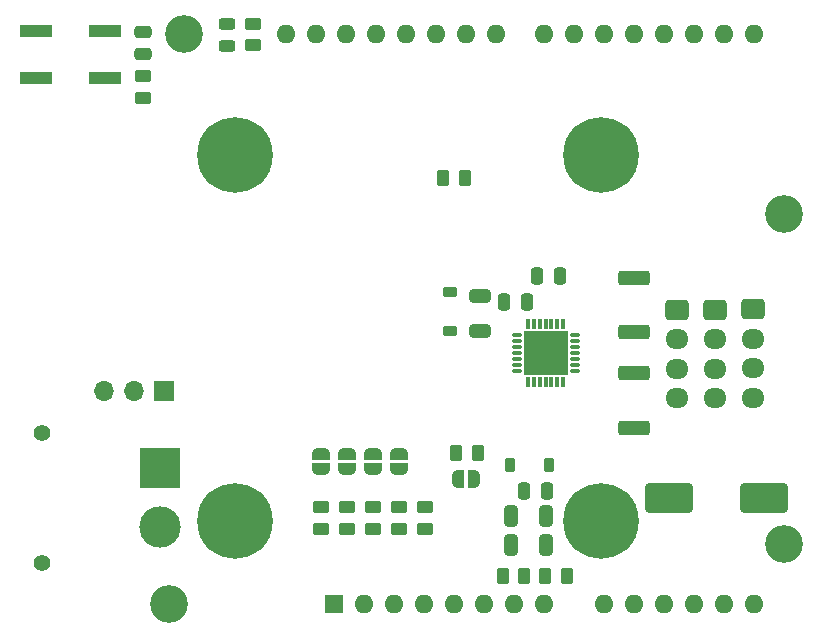
<source format=gbr>
%TF.GenerationSoftware,KiCad,Pcbnew,(7.0.0-0)*%
%TF.CreationDate,2023-03-13T18:12:38+01:00*%
%TF.ProjectId,tmc2209_devboard,746d6332-3230-4395-9f64-6576626f6172,rev?*%
%TF.SameCoordinates,Original*%
%TF.FileFunction,Soldermask,Top*%
%TF.FilePolarity,Negative*%
%FSLAX46Y46*%
G04 Gerber Fmt 4.6, Leading zero omitted, Abs format (unit mm)*
G04 Created by KiCad (PCBNEW (7.0.0-0)) date 2023-03-13 18:12:38*
%MOMM*%
%LPD*%
G01*
G04 APERTURE LIST*
G04 Aperture macros list*
%AMRoundRect*
0 Rectangle with rounded corners*
0 $1 Rounding radius*
0 $2 $3 $4 $5 $6 $7 $8 $9 X,Y pos of 4 corners*
0 Add a 4 corners polygon primitive as box body*
4,1,4,$2,$3,$4,$5,$6,$7,$8,$9,$2,$3,0*
0 Add four circle primitives for the rounded corners*
1,1,$1+$1,$2,$3*
1,1,$1+$1,$4,$5*
1,1,$1+$1,$6,$7*
1,1,$1+$1,$8,$9*
0 Add four rect primitives between the rounded corners*
20,1,$1+$1,$2,$3,$4,$5,0*
20,1,$1+$1,$4,$5,$6,$7,0*
20,1,$1+$1,$6,$7,$8,$9,0*
20,1,$1+$1,$8,$9,$2,$3,0*%
%AMFreePoly0*
4,1,19,0.500000,-0.750000,0.000000,-0.750000,0.000000,-0.744911,-0.071157,-0.744911,-0.207708,-0.704816,-0.327430,-0.627875,-0.420627,-0.520320,-0.479746,-0.390866,-0.500000,-0.250000,-0.500000,0.250000,-0.479746,0.390866,-0.420627,0.520320,-0.327430,0.627875,-0.207708,0.704816,-0.071157,0.744911,0.000000,0.744911,0.000000,0.750000,0.500000,0.750000,0.500000,-0.750000,0.500000,-0.750000,
$1*%
%AMFreePoly1*
4,1,19,0.000000,0.744911,0.071157,0.744911,0.207708,0.704816,0.327430,0.627875,0.420627,0.520320,0.479746,0.390866,0.500000,0.250000,0.500000,-0.250000,0.479746,-0.390866,0.420627,-0.520320,0.327430,-0.627875,0.207708,-0.704816,0.071157,-0.744911,0.000000,-0.744911,0.000000,-0.750000,-0.500000,-0.750000,-0.500000,0.750000,0.000000,0.750000,0.000000,0.744911,0.000000,0.744911,
$1*%
G04 Aperture macros list end*
%ADD10RoundRect,0.250000X0.450000X-0.262500X0.450000X0.262500X-0.450000X0.262500X-0.450000X-0.262500X0*%
%ADD11RoundRect,0.250000X-0.250000X-0.475000X0.250000X-0.475000X0.250000X0.475000X-0.250000X0.475000X0*%
%ADD12RoundRect,0.250000X0.262500X0.450000X-0.262500X0.450000X-0.262500X-0.450000X0.262500X-0.450000X0*%
%ADD13FreePoly0,270.000000*%
%ADD14FreePoly1,270.000000*%
%ADD15R,2.800000X1.000000*%
%ADD16RoundRect,0.250000X-1.750000X-1.000000X1.750000X-1.000000X1.750000X1.000000X-1.750000X1.000000X0*%
%ADD17FreePoly0,180.000000*%
%ADD18FreePoly1,180.000000*%
%ADD19R,1.700000X1.700000*%
%ADD20O,1.700000X1.700000*%
%ADD21C,6.400000*%
%ADD22RoundRect,0.225000X0.225000X0.375000X-0.225000X0.375000X-0.225000X-0.375000X0.225000X-0.375000X0*%
%ADD23RoundRect,0.250000X0.475000X-0.250000X0.475000X0.250000X-0.475000X0.250000X-0.475000X-0.250000X0*%
%ADD24RoundRect,0.250000X0.650000X-0.325000X0.650000X0.325000X-0.650000X0.325000X-0.650000X-0.325000X0*%
%ADD25RoundRect,0.250000X-0.262500X-0.450000X0.262500X-0.450000X0.262500X0.450000X-0.262500X0.450000X0*%
%ADD26RoundRect,0.250000X0.325000X0.650000X-0.325000X0.650000X-0.325000X-0.650000X0.325000X-0.650000X0*%
%ADD27RoundRect,0.250000X-0.725000X0.600000X-0.725000X-0.600000X0.725000X-0.600000X0.725000X0.600000X0*%
%ADD28O,1.950000X1.700000*%
%ADD29RoundRect,0.250000X-1.075000X0.362500X-1.075000X-0.362500X1.075000X-0.362500X1.075000X0.362500X0*%
%ADD30RoundRect,0.008100X-0.126900X0.396900X-0.126900X-0.396900X0.126900X-0.396900X0.126900X0.396900X0*%
%ADD31RoundRect,0.027000X-0.378000X0.108000X-0.378000X-0.108000X0.378000X-0.108000X0.378000X0.108000X0*%
%ADD32R,3.700000X3.700000*%
%ADD33RoundRect,0.250000X0.250000X0.475000X-0.250000X0.475000X-0.250000X-0.475000X0.250000X-0.475000X0*%
%ADD34C,1.400000*%
%ADD35R,3.500000X3.500000*%
%ADD36C,3.500000*%
%ADD37RoundRect,0.243750X0.456250X-0.243750X0.456250X0.243750X-0.456250X0.243750X-0.456250X-0.243750X0*%
%ADD38RoundRect,0.225000X0.375000X-0.225000X0.375000X0.225000X-0.375000X0.225000X-0.375000X-0.225000X0*%
%ADD39RoundRect,0.250000X1.075000X-0.362500X1.075000X0.362500X-1.075000X0.362500X-1.075000X-0.362500X0*%
%ADD40C,3.200000*%
%ADD41R,1.600000X1.600000*%
%ADD42O,1.600000X1.600000*%
G04 APERTURE END LIST*
D10*
%TO.C,R4*%
X63600000Y-25712500D03*
X63600000Y-23887500D03*
%TD*%
D11*
%TO.C,C1*%
X86525000Y-63400000D03*
X88425000Y-63400000D03*
%TD*%
D10*
%TO.C,R5*%
X69300000Y-66625000D03*
X69300000Y-64800000D03*
%TD*%
D12*
%TO.C,R1*%
X90112500Y-70600000D03*
X88287500Y-70600000D03*
%TD*%
D13*
%TO.C,JP2*%
X71500000Y-60300000D03*
D14*
X71500000Y-61600000D03*
%TD*%
D15*
%TO.C,SW1*%
X45199999Y-24499999D03*
X50999999Y-24499999D03*
X45199999Y-28499999D03*
X50999999Y-28499999D03*
%TD*%
D16*
%TO.C,C4*%
X98800000Y-64000000D03*
X106800000Y-64000000D03*
%TD*%
D17*
%TO.C,JP5*%
X82250000Y-62400000D03*
D18*
X80950000Y-62400000D03*
%TD*%
D13*
%TO.C,JP1*%
X69300000Y-60300000D03*
D14*
X69300000Y-61600000D03*
%TD*%
D19*
%TO.C,J2*%
X55999999Y-54999999D03*
D20*
X53459999Y-54999999D03*
X50919999Y-54999999D03*
%TD*%
D21*
%TO.C,H1*%
X62000000Y-35000000D03*
%TD*%
D10*
%TO.C,R9*%
X78100000Y-66625000D03*
X78100000Y-64800000D03*
%TD*%
D22*
%TO.C,D1*%
X88600000Y-61200000D03*
X85300000Y-61200000D03*
%TD*%
D12*
%TO.C,R13*%
X82612500Y-60200000D03*
X80787500Y-60200000D03*
%TD*%
D10*
%TO.C,R3*%
X54250000Y-30162500D03*
X54250000Y-28337500D03*
%TD*%
D23*
%TO.C,C5*%
X54250000Y-26450000D03*
X54250000Y-24550000D03*
%TD*%
D21*
%TO.C,H4*%
X62000000Y-66000000D03*
%TD*%
D24*
%TO.C,C8*%
X82782500Y-49875000D03*
X82782500Y-46925000D03*
%TD*%
D13*
%TO.C,JP3*%
X73700000Y-60300000D03*
D14*
X73700000Y-61600000D03*
%TD*%
D21*
%TO.C,H3*%
X93000000Y-66000000D03*
%TD*%
D25*
%TO.C,R10*%
X79687500Y-36900000D03*
X81512500Y-36900000D03*
%TD*%
D26*
%TO.C,C3*%
X88350000Y-68000000D03*
X85400000Y-68000000D03*
%TD*%
D27*
%TO.C,J5*%
X99467500Y-48100000D03*
D28*
X99467499Y-50599999D03*
X99467499Y-53099999D03*
X99467499Y-55599999D03*
%TD*%
D29*
%TO.C,R12*%
X95800000Y-45375000D03*
X95800000Y-50000000D03*
%TD*%
D10*
%TO.C,R7*%
X73700000Y-66625000D03*
X73700000Y-64800000D03*
%TD*%
%TO.C,R6*%
X71500000Y-66625000D03*
X71500000Y-64800000D03*
%TD*%
D11*
%TO.C,C6*%
X87632500Y-45250000D03*
X89532500Y-45250000D03*
%TD*%
D30*
%TO.C,U1*%
X89832500Y-49300000D03*
X89332500Y-49300000D03*
X88832500Y-49300000D03*
X88332500Y-49300000D03*
X87832500Y-49300000D03*
X87332500Y-49300000D03*
X86832500Y-49300000D03*
D31*
X85882500Y-50250000D03*
X85882500Y-50750000D03*
X85882500Y-51250000D03*
X85882500Y-51750000D03*
X85882500Y-52250000D03*
X85882500Y-52750000D03*
X85882500Y-53250000D03*
D30*
X86832500Y-54200000D03*
X87332500Y-54200000D03*
X87832500Y-54200000D03*
X88332500Y-54200000D03*
X88832500Y-54200000D03*
X89332500Y-54200000D03*
X89832500Y-54200000D03*
D31*
X90782500Y-53250000D03*
X90782500Y-52750000D03*
X90782500Y-52250000D03*
X90782500Y-51750000D03*
X90782500Y-51250000D03*
X90782500Y-50750000D03*
X90782500Y-50250000D03*
D32*
X88332499Y-51749999D03*
%TD*%
D26*
%TO.C,C2*%
X88350000Y-65600000D03*
X85400000Y-65600000D03*
%TD*%
D33*
%TO.C,C7*%
X86750000Y-47400000D03*
X84850000Y-47400000D03*
%TD*%
D34*
%TO.C,J1*%
X45675000Y-69500000D03*
X45675000Y-58500000D03*
D35*
X55674999Y-61499999D03*
D36*
X55675000Y-66500000D03*
%TD*%
D37*
%TO.C,D2*%
X61350000Y-25762500D03*
X61350000Y-23887500D03*
%TD*%
D10*
%TO.C,R8*%
X75900000Y-66625000D03*
X75900000Y-64800000D03*
%TD*%
D13*
%TO.C,JP4*%
X75900000Y-60300000D03*
D14*
X75900000Y-61600000D03*
%TD*%
D27*
%TO.C,J4*%
X105867500Y-48050000D03*
D28*
X105867499Y-50549999D03*
X105867499Y-53049999D03*
X105867499Y-55549999D03*
%TD*%
D21*
%TO.C,H2*%
X93000000Y-35000000D03*
%TD*%
D38*
%TO.C,D3*%
X80282500Y-49900000D03*
X80282500Y-46600000D03*
%TD*%
D12*
%TO.C,R2*%
X86537500Y-70600000D03*
X84712500Y-70600000D03*
%TD*%
D39*
%TO.C,R11*%
X95782500Y-58112500D03*
X95782500Y-53487500D03*
%TD*%
D27*
%TO.C,J6*%
X102667500Y-48100000D03*
D28*
X102667499Y-50599999D03*
X102667499Y-53099999D03*
X102667499Y-55599999D03*
%TD*%
D40*
%TO.C,A1*%
X56480000Y-73000000D03*
X57750000Y-24740000D03*
X108550000Y-39980000D03*
X108550000Y-67920000D03*
D41*
X70449999Y-72999999D03*
D42*
X72989999Y-72999999D03*
X75529999Y-72999999D03*
X78069999Y-72999999D03*
X80609999Y-72999999D03*
X83149999Y-72999999D03*
X85689999Y-72999999D03*
X88229999Y-72999999D03*
X93309999Y-72999999D03*
X95849999Y-72999999D03*
X98389999Y-72999999D03*
X100929999Y-72999999D03*
X103469999Y-72999999D03*
X106009999Y-72999999D03*
X106009999Y-24739999D03*
X103469999Y-24739999D03*
X100929999Y-24739999D03*
X98389999Y-24739999D03*
X95849999Y-24739999D03*
X93309999Y-24739999D03*
X90769999Y-24739999D03*
X88229999Y-24739999D03*
X84169999Y-24739999D03*
X81629999Y-24739999D03*
X79089999Y-24739999D03*
X76549999Y-24739999D03*
X74009999Y-24739999D03*
X71469999Y-24739999D03*
X68929999Y-24739999D03*
X66389999Y-24739999D03*
%TD*%
M02*

</source>
